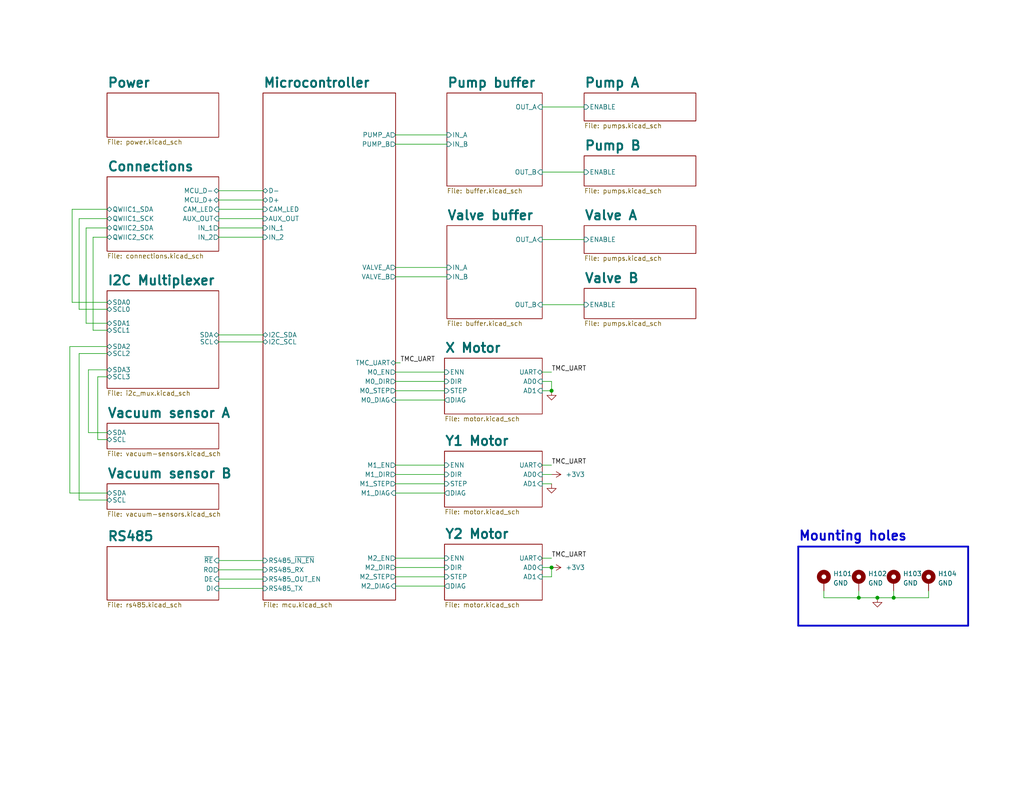
<source format=kicad_sch>
(kicad_sch (version 20211123) (generator eeschema)
  (paper "USLetter")
  (title_block (title "Starfish") (date "2022-12-06") (rev "v1") (company "Winterbloom") (comment 1 "Alethea Flowers") (comment 2 "CERN-OHL-S V2"))
  (lib_symbols
    (symbol "Mechanical:MountingHole_Pad" (pin_numbers hide) (pin_names (offset 1.016) hide)
      (property "Reference" "H" (at 0 6.35 0))
      (property "Value" "MountingHole_Pad" (at 0 4.445 0))
      (symbol "MountingHole_Pad_0_1"
        (circle (center 0 1.27) (radius 1.27) (stroke (width 1.27)))
      )
      (symbol "MountingHole_Pad_1_1"
        (pin input line (at 0 -2.54 90) (length 2.54) (name "1") (number "1"))
      )
    )
    (symbol "power:+3V3" (power) (pin_names (offset 0))
      (property "Value" "+3V3" (at 0 3.556 0))
      (symbol "+3V3_0_1"
        (polyline (pts (xy -0.762 1.27) (xy 0 2.54)))
        (polyline (pts (xy 0 0) (xy 0 2.54)))
        (polyline (pts (xy 0 2.54) (xy 0.762 1.27)))
      )
      (symbol "+3V3_1_1"
        (pin power_in line (at 0 0 90) (length 0) hide (name "+3V3") (number "1"))
      )
    )
    (symbol "power:GND" (power) (pin_names (offset 0))
      (property "Value" "GND" (at 0 -3.81 0))
      (symbol "GND_0_1"
        (polyline (pts (xy 0 0) (xy 0 -1.27) (xy 1.27 -1.27) (xy 0 -2.54) (xy -1.27 -1.27) (xy 0 -1.27)))
      )
      (symbol "GND_1_1"
        (pin power_in line (at 0 0 270) (length 0) hide (name "GND") (number "1"))
      )
    )
  )
  (junction (at 234.315 163.195))
  (junction (at 239.395 163.195))
  (junction (at 243.84 163.195))
  (junction (at 150.495 106.68))
  (junction (at 150.495 154.94))
  (wire (pts (xy 107.95 109.22) (xy 121.285 109.22)))
  (wire (pts (xy 147.955 132.08) (xy 150.495 132.08)))
  (wire (pts (xy 59.69 57.15) (xy 71.755 57.15)))
  (wire (pts (xy 59.69 52.07) (xy 71.755 52.07)))
  (wire (pts (xy 107.95 134.62) (xy 121.285 134.62)))
  (polyline (pts (xy 217.805 149.225) (xy 264.16 149.225)) (stroke (width 0.5) (type solid)))
  (wire (pts (xy 107.95 104.14) (xy 121.285 104.14)))
  (wire (pts (xy 234.315 163.195) (xy 239.395 163.195)))
  (wire (pts (xy 59.69 155.575) (xy 71.755 155.575)))
  (wire (pts (xy 224.79 163.195) (xy 224.79 161.29)))
  (wire (pts (xy 147.955 157.48) (xy 150.495 157.48)))
  (wire (pts (xy 107.95 154.94) (xy 121.285 154.94)))
  (wire (pts (xy 21.59 59.69) (xy 21.59 84.455)))
  (wire (pts (xy 147.955 83.185) (xy 159.385 83.185)))
  (wire (pts (xy 253.365 163.195) (xy 243.84 163.195)))
  (wire (pts (xy 29.21 102.87) (xy 26.67 102.87)))
  (wire (pts (xy 29.21 94.615) (xy 19.05 94.615)))
  (wire (pts (xy 107.95 101.6) (xy 121.285 101.6)))
  (wire (pts (xy 147.955 127) (xy 150.495 127)))
  (wire (pts (xy 23.495 88.265) (xy 29.21 88.265)))
  (wire (pts (xy 107.95 36.83) (xy 121.92 36.83)))
  (wire (pts (xy 21.59 136.525) (xy 29.21 136.525)))
  (wire (pts (xy 29.21 82.55) (xy 19.685 82.55)))
  (wire (pts (xy 19.05 134.62) (xy 19.05 94.615)))
  (wire (pts (xy 107.95 39.37) (xy 121.92 39.37)))
  (wire (pts (xy 21.59 59.69) (xy 29.21 59.69)))
  (wire (pts (xy 107.95 157.48) (xy 121.285 157.48)))
  (wire (pts (xy 107.95 127) (xy 121.285 127)))
  (wire (pts (xy 23.495 62.23) (xy 23.495 88.265)))
  (wire (pts (xy 239.395 163.195) (xy 243.84 163.195)))
  (wire (pts (xy 147.955 46.99) (xy 159.385 46.99)))
  (wire (pts (xy 26.67 120.015) (xy 29.21 120.015)))
  (wire (pts (xy 107.95 99.06) (xy 109.22 99.06)))
  (polyline (pts (xy 217.805 149.225) (xy 217.805 170.815)) (stroke (width 0.5) (type solid)))
  (wire (pts (xy 23.495 62.23) (xy 29.21 62.23)))
  (wire (pts (xy 59.69 54.61) (xy 71.755 54.61)))
  (polyline (pts (xy 264.16 149.225) (xy 264.16 170.815)) (stroke (width 0.5) (type solid)))
  (wire (pts (xy 253.365 161.29) (xy 253.365 163.195)))
  (wire (pts (xy 147.955 29.21) (xy 159.385 29.21)))
  (wire (pts (xy 29.21 96.52) (xy 21.59 96.52)))
  (wire (pts (xy 25.4 64.77) (xy 29.21 64.77)))
  (wire (pts (xy 147.955 154.94) (xy 150.495 154.94)))
  (wire (pts (xy 107.95 152.4) (xy 121.285 152.4)))
  (wire (pts (xy 59.69 93.345) (xy 71.755 93.345)))
  (wire (pts (xy 25.4 64.77) (xy 25.4 90.17)))
  (wire (pts (xy 147.955 106.68) (xy 150.495 106.68)))
  (wire (pts (xy 29.21 100.965) (xy 24.13 100.965)))
  (wire (pts (xy 107.95 106.68) (xy 121.285 106.68)))
  (wire (pts (xy 24.13 118.11) (xy 29.21 118.11)))
  (wire (pts (xy 107.95 73.025) (xy 121.92 73.025)))
  (wire (pts (xy 147.955 101.6) (xy 150.495 101.6)))
  (wire (pts (xy 107.95 75.565) (xy 121.92 75.565)))
  (wire (pts (xy 147.955 129.54) (xy 150.495 129.54)))
  (wire (pts (xy 19.685 82.55) (xy 19.685 57.15)))
  (wire (pts (xy 243.84 161.29) (xy 243.84 163.195)))
  (wire (pts (xy 59.69 160.655) (xy 71.755 160.655)))
  (wire (pts (xy 147.955 104.14) (xy 150.495 104.14)))
  (wire (pts (xy 59.69 91.44) (xy 71.755 91.44)))
  (wire (pts (xy 19.685 57.15) (xy 29.21 57.15)))
  (wire (pts (xy 234.315 161.29) (xy 234.315 163.195)))
  (wire (pts (xy 59.69 64.77) (xy 71.755 64.77)))
  (polyline (pts (xy 264.16 170.815) (xy 217.805 170.815)) (stroke (width 0.5) (type solid)))
  (wire (pts (xy 234.315 163.195) (xy 224.79 163.195)))
  (wire (pts (xy 150.495 104.14) (xy 150.495 106.68)))
  (wire (pts (xy 147.955 152.4) (xy 150.495 152.4)))
  (wire (pts (xy 107.95 129.54) (xy 121.285 129.54)))
  (wire (pts (xy 107.95 132.08) (xy 121.285 132.08)))
  (wire (pts (xy 24.13 100.965) (xy 24.13 118.11)))
  (wire (pts (xy 59.69 153.035) (xy 71.755 153.035)))
  (wire (pts (xy 21.59 84.455) (xy 29.21 84.455)))
  (wire (pts (xy 59.69 62.23) (xy 71.755 62.23)))
  (wire (pts (xy 29.21 134.62) (xy 19.05 134.62)))
  (wire (pts (xy 107.95 160.02) (xy 121.285 160.02)))
  (wire (pts (xy 147.955 65.405) (xy 159.385 65.405)))
  (wire (pts (xy 59.69 158.115) (xy 71.755 158.115)))
  (wire (pts (xy 25.4 90.17) (xy 29.21 90.17)))
  (wire (pts (xy 21.59 96.52) (xy 21.59 136.525)))
  (wire (pts (xy 26.67 102.87) (xy 26.67 120.015)))
  (wire (pts (xy 59.69 59.69) (xy 71.755 59.69)))
  (wire (pts (xy 150.495 154.94) (xy 150.495 157.48)))
  (text "Mounting holes\n" (at 217.805 147.955 0) (effects (font (size 2.54 2.54) (thickness 0.508) bold) (justify left bottom)))
  (label "TMC_UART" (at 109.22 99.06 0))
  (label "TMC_UART" (at 150.495 101.6 0))
  (label "TMC_UART" (at 150.495 127 0))
  (label "TMC_UART" (at 150.495 152.4 0))
  (symbol (lib_id "power:GND") (at 150.495 132.08 0) (unit 1)
    (property "Reference" "#PWR0102" (effects hide))
    (property "Value" "GND" (effects hide))
  )
  (symbol (lib_id "Mechanical:MountingHole_Pad") (at 243.84 158.75 0) (unit 1)
    (property "Reference" "H103" (at 246.38 156.6453 0) (effects (justify left)))
    (property "Value" "GND" (at 246.38 159.1822 0) (effects (justify left)))
    (property "Footprint" "MountingHole:MountingHole_3mm_Pad" (effects hide))
  )
  (symbol (lib_id "Mechanical:MountingHole_Pad") (at 234.315 158.75 0) (unit 1)
    (property "Reference" "H102" (at 236.855 156.6453 0) (effects (justify left)))
    (property "Value" "GND" (at 236.855 159.1822 0) (effects (justify left)))
    (property "Footprint" "MountingHole:MountingHole_3mm_Pad" (effects hide))
  )
  (symbol (lib_id "Mechanical:MountingHole_Pad") (at 224.79 158.75 0) (unit 1)
    (property "Reference" "H101" (at 227.33 156.6453 0) (effects (justify left)))
    (property "Value" "GND" (at 227.33 159.1822 0) (effects (justify left)))
    (property "Footprint" "MountingHole:MountingHole_3mm_Pad" (effects hide))
  )
  (symbol (lib_id "power:GND") (at 150.495 106.68 0) (unit 1)
    (property "Reference" "#PWR0105" (effects hide))
    (property "Value" "GND" (effects hide))
  )
  (symbol (lib_id "Mechanical:MountingHole_Pad") (at 253.365 158.75 0) (unit 1)
    (property "Reference" "H104" (at 255.905 156.6453 0) (effects (justify left)))
    (property "Value" "GND" (at 255.905 159.1822 0) (effects (justify left)))
    (property "Footprint" "MountingHole:MountingHole_3mm_Pad" (effects hide))
  )
  (symbol (lib_id "power:GND") (at 239.395 163.195 0) (unit 1)
    (property "Reference" "#PWR0101" (effects hide))
    (property "Value" "GND" (effects hide))
  )
  (symbol (lib_id "power:+3V3") (at 150.495 154.94 270) (unit 1)
    (property "Reference" "#PWR0104" (effects hide))
    (property "Value" "+3V3" (at 154.305 154.9399 90) (effects (justify left)))
  )
  (symbol (lib_id "power:+3V3") (at 150.495 129.54 270) (unit 1)
    (property "Reference" "#PWR0103" (effects hide))
    (property "Value" "+3V3" (at 154.305 129.5399 90) (effects (justify left)))
  )
  (sheet (at 121.285 123.19) (size 26.67 15.24) (stroke (width 0.1524))
    (property "Sheet name" "Y1 Motor" (at 121.285 121.8434 0) (effects (font (size 2.54 2.54) bold) (justify left bottom)))
    (property "Sheet file" "motor.kicad_sch" (at 121.285 139.0146 0) (effects (justify left top)))
    (pin "UART" bidirectional (at 147.955 127 0))
    (pin "ENN" input (at 121.285 127 180))
    (pin "DIR" input (at 121.285 129.54 180))
    (pin "STEP" input (at 121.285 132.08 180))
    (pin "AD0" input (at 147.955 129.54 0))
    (pin "AD1" input (at 147.955 132.08 0))
    (pin "DIAG" output (at 121.285 134.62 180))
  )
  (sheet (at 121.92 25.4) (size 26.035 25.4) (stroke (width 0.1524))
    (property "Sheet name" "Pump buffer" (at 121.92 24.0534 0) (effects (font (size 2.54 2.54) bold) (justify left bottom)))
    (property "Sheet file" "buffer.kicad_sch" (at 121.92 51.3846 0) (effects (justify left top)))
    (pin "OUT_A" input (at 147.955 29.21 0))
    (pin "OUT_B" input (at 147.955 46.99 0))
    (pin "IN_A" input (at 121.92 36.83 180))
    (pin "IN_B" input (at 121.92 39.37 180))
  )
  (sheet (at 29.21 48.26) (size 30.48 20.32) (stroke (width 0.1524))
    (property "Sheet name" "Connections" (at 29.21 46.9134 0) (effects (font (size 2.54 2.54) bold) (justify left bottom)))
    (property "Sheet file" "connections.kicad_sch" (at 29.21 69.1646 0) (effects (justify left top)))
    (pin "MCU_D+" bidirectional (at 59.69 54.61 0))
    (pin "MCU_D-" bidirectional (at 59.69 52.07 0))
    (pin "CAM_LED" input (at 59.69 57.15 0))
    (pin "AUX_OUT" input (at 59.69 59.69 0))
    (pin "IN_1" output (at 59.69 62.23 0))
    (pin "IN_2" output (at 59.69 64.77 0))
    (pin "QWIIC1_SDA" bidirectional (at 29.21 57.15 180))
    (pin "QWIIC1_SCK" bidirectional (at 29.21 59.69 180))
    (pin "QWIIC2_SDA" bidirectional (at 29.21 62.23 180))
    (pin "QWIIC2_SCK" bidirectional (at 29.21 64.77 180))
  )
  (sheet (at 121.285 148.59) (size 26.67 15.24) (stroke (width 0.1524))
    (property "Sheet name" "Y2 Motor" (at 121.285 147.2434 0) (effects (font (size 2.54 2.54) bold) (justify left bottom)))
    (property "Sheet file" "motor.kicad_sch" (at 121.285 164.4146 0) (effects (justify left top)))
    (pin "UART" bidirectional (at 147.955 152.4 0))
    (pin "ENN" input (at 121.285 152.4 180))
    (pin "DIR" input (at 121.285 154.94 180))
    (pin "STEP" input (at 121.285 157.48 180))
    (pin "AD0" input (at 147.955 154.94 0))
    (pin "AD1" input (at 147.955 157.48 0))
    (pin "DIAG" output (at 121.285 160.02 180))
  )
  (sheet (at 159.385 61.595) (size 30.48 7.62) (stroke (width 0.1524))
    (property "Sheet name" "Valve A" (at 159.385 60.2484 0) (effects (font (size 2.54 2.54) bold) (justify left bottom)))
    (property "Sheet file" "pumps.kicad_sch" (at 159.385 69.7996 0) (effects (justify left top)))
    (pin "ENABLE" input (at 159.385 65.405 180))
  )
  (sheet (at 29.21 79.375) (size 30.48 26.67) (stroke (width 0.1524))
    (property "Sheet name" "I2C Multiplexer" (at 29.21 78.0284 0) (effects (font (size 2.54 2.54) bold) (justify left bottom)))
    (property "Sheet file" "i2c_mux.kicad_sch" (at 29.21 106.6296 0) (effects (justify left top)))
    (pin "SDA1" bidirectional (at 29.21 88.265 180))
    (pin "SCL1" bidirectional (at 29.21 90.17 180))
    (pin "SDA0" bidirectional (at 29.21 82.55 180))
    (pin "SCL0" bidirectional (at 29.21 84.455 180))
    (pin "SCL" bidirectional (at 59.69 93.345 0))
    (pin "SDA" bidirectional (at 59.69 91.44 0))
    (pin "SDA3" bidirectional (at 29.21 100.965 180))
    (pin "SCL3" bidirectional (at 29.21 102.87 180))
    (pin "SCL2" bidirectional (at 29.21 96.52 180))
    (pin "SDA2" bidirectional (at 29.21 94.615 180))
  )
  (sheet (at 29.21 132.08) (size 30.48 6.985) (stroke (width 0.1524))
    (property "Sheet name" "Vacuum sensor B" (at 29.21 130.7334 0) (effects (font (size 2.54 2.54) bold) (justify left bottom)))
    (property "Sheet file" "vacuum-sensors.kicad_sch" (at 29.21 139.6496 0) (effects (justify left top)))
    (pin "SDA" bidirectional (at 29.21 134.62 180))
    (pin "SCL" bidirectional (at 29.21 136.525 180))
  )
  (sheet (at 29.21 25.4) (size 30.48 12.065) (stroke (width 0.1524))
    (property "Sheet name" "Power" (at 29.21 24.0534 0) (effects (font (size 2.54 2.54) bold) (justify left bottom)))
    (property "Sheet file" "power.kicad_sch" (at 29.21 38.0496 0) (effects (justify left top)))
  )
  (sheet (at 159.385 25.4) (size 30.48 7.62) (stroke (width 0.1524))
    (property "Sheet name" "Pump A" (at 159.385 24.0534 0) (effects (font (size 2.54 2.54) bold) (justify left bottom)))
    (property "Sheet file" "pumps.kicad_sch" (at 159.385 33.6046 0) (effects (justify left top)))
    (pin "ENABLE" input (at 159.385 29.21 180))
  )
  (sheet (at 71.755 25.4) (size 36.195 138.43)
    (property "Sheet name" "Microcontroller" (at 71.755 24.0534 0) (effects (font (size 2.54 2.54) bold) (justify left bottom)))
    (property "Sheet file" "mcu.kicad_sch" (at 71.755 164.4146 0) (effects (justify left top)))
    (pin "M1_DIAG" input (at 107.95 134.62 0))
    (pin "M2_EN" output (at 107.95 152.4 0))
    (pin "M2_DIR" output (at 107.95 154.94 0))
    (pin "M2_STEP" output (at 107.95 157.48 0))
    (pin "M2_DIAG" input (at 107.95 160.02 0))
    (pin "M1_STEP" output (at 107.95 132.08 0))
    (pin "M1_DIR" output (at 107.95 129.54 0))
    (pin "M1_EN" output (at 107.95 127 0))
    (pin "D+" bidirectional (at 71.755 54.61 180))
    (pin "D-" bidirectional (at 71.755 52.07 180))
    (pin "M0_EN" output (at 107.95 101.6 0))
    (pin "M0_DIR" output (at 107.95 104.14 0))
    (pin "M0_STEP" output (at 107.95 106.68 0))
    (pin "M0_DIAG" input (at 107.95 109.22 0))
    (pin "TMC_UART" bidirectional (at 107.95 99.06 0))
    (pin "I2C_SDA" bidirectional (at 71.755 91.44 180))
    (pin "I2C_SCL" bidirectional (at 71.755 93.345 180))
    (pin "CAM_LED" input (at 71.755 57.15 180))
    (pin "AUX_OUT" input (at 71.755 59.69 180))
    (pin "IN_1" input (at 71.755 62.23 180))
    (pin "IN_2" input (at 71.755 64.77 180))
    (pin "VALVE_A" output (at 107.95 73.025 0))
    (pin "PUMP_A" output (at 107.95 36.83 0))
    (pin "PUMP_B" output (at 107.95 39.37 0))
    (pin "VALVE_B" output (at 107.95 75.565 0))
    (pin "RS485_OUT_EN" input (at 71.755 158.115 180))
    (pin "RS485_RX" input (at 71.755 155.575 180))
    (pin "RS485_TX" input (at 71.755 160.655 180))
    (pin "RS485_~{IN_EN}" input (at 71.755 153.035 180))
  )
  (sheet (at 121.285 97.79) (size 26.67 15.24) (stroke (width 0.1524))
    (property "Sheet name" "X Motor" (at 121.285 96.4434 0) (effects (font (size 2.54 2.54) bold) (justify left bottom)))
    (property "Sheet file" "motor.kicad_sch" (at 121.285 113.6146 0) (effects (justify left top)))
    (pin "UART" bidirectional (at 147.955 101.6 0))
    (pin "ENN" input (at 121.285 101.6 180))
    (pin "DIR" input (at 121.285 104.14 180))
    (pin "STEP" input (at 121.285 106.68 180))
    (pin "AD0" input (at 147.955 104.14 0))
    (pin "AD1" input (at 147.955 106.68 0))
    (pin "DIAG" output (at 121.285 109.22 180))
  )
  (sheet (at 29.21 149.225) (size 30.48 14.605) (stroke (width 0.1524))
    (property "Sheet name" "RS485" (at 29.21 147.8784 0) (effects (font (size 2.54 2.54) bold) (justify left bottom)))
    (property "Sheet file" "rs485.kicad_sch" (at 29.21 164.4146 0) (effects (justify left top)))
    (pin "~{RE}" input (at 59.69 153.035 0))
    (pin "RO" output (at 59.69 155.575 0))
    (pin "DE" input (at 59.69 158.115 0))
    (pin "DI" input (at 59.69 160.655 0))
  )
  (sheet (at 121.92 61.595) (size 26.035 25.4) (stroke (width 0.1524))
    (property "Sheet name" "Valve buffer" (at 121.92 60.2484 0) (effects (font (size 2.54 2.54) bold) (justify left bottom)))
    (property "Sheet file" "buffer.kicad_sch" (at 121.92 87.5796 0) (effects (justify left top)))
    (pin "OUT_A" input (at 147.955 65.405 0))
    (pin "OUT_B" input (at 147.955 83.185 0))
    (pin "IN_A" input (at 121.92 73.025 180))
    (pin "IN_B" input (at 121.92 75.565 180))
  )
  (sheet (at 29.21 115.57) (size 30.48 6.985) (stroke (width 0.1524))
    (property "Sheet name" "Vacuum sensor A" (at 29.21 114.2234 0) (effects (font (size 2.54 2.54) bold) (justify left bottom)))
    (property "Sheet file" "vacuum-sensors.kicad_sch" (at 29.21 123.1396 0) (effects (justify left top)))
    (pin "SDA" bidirectional (at 29.21 118.11 180))
    (pin "SCL" bidirectional (at 29.21 120.015 180))
  )
  (sheet (at 159.385 42.545) (size 30.48 8.255) (stroke (width 0.1524))
    (property "Sheet name" "Pump B" (at 159.385 41.1984 0) (effects (font (size 2.54 2.54) bold) (justify left bottom)))
    (property "Sheet file" "pumps.kicad_sch" (at 159.385 51.3846 0) (effects (justify left top)))
    (pin "ENABLE" input (at 159.385 46.99 180))
  )
  (sheet (at 159.385 78.74) (size 30.48 8.255) (stroke (width 0.1524))
    (property "Sheet name" "Valve B" (at 159.385 77.3934 0) (effects (font (size 2.54 2.54) bold) (justify left bottom)))
    (property "Sheet file" "pumps.kicad_sch" (at 159.385 87.5796 0) (effects (justify left top)))
    (pin "ENABLE" input (at 159.385 83.185 180))
  )
)
</source>
